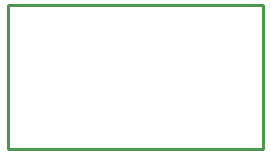
<source format=gbr>
G04 start of page 4 for group 2 idx 2 *
G04 Title: (unknown), outline *
G04 Creator: pcb 20110918 *
G04 CreationDate: Sun 25 Aug 2013 03:08:56 AM GMT UTC *
G04 For: railfan *
G04 Format: Gerber/RS-274X *
G04 PCB-Dimensions: 85000 48000 *
G04 PCB-Coordinate-Origin: lower left *
%MOIN*%
%FSLAX25Y25*%
%LNOUTLINE*%
%ADD27C,0.0100*%
G54D27*X0Y48000D02*X85000D01*
Y0D01*
X0D01*
Y48000D01*
M02*

</source>
